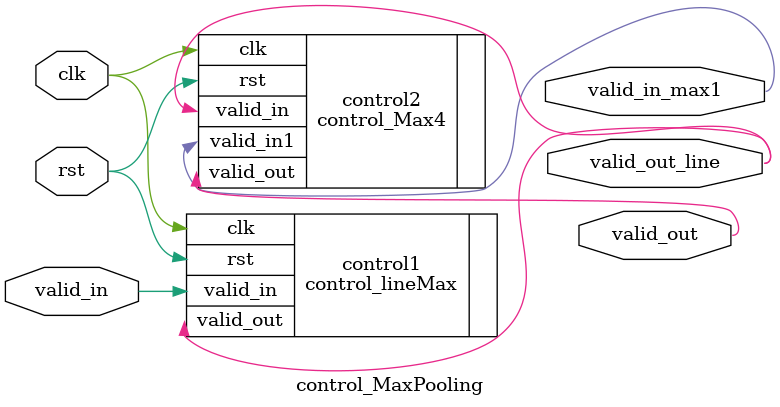
<source format=v>
module control_MaxPooling#(
    parameter WIDTH = 5
)(
    input  clk, rst, valid_in,
    output valid_out_line, valid_in_max1, 
    output  valid_out
);

  control_lineMax#(
    .WIDTH(WIDTH)
    ) control1(
    .valid_in(valid_in), 
    .clk(clk), 
    .rst(rst),
    .valid_out(valid_out_line)  
    ); 
    
  control_Max4 control2(
    .valid_in(valid_out_line), 
    .clk(clk), 
    .rst(rst),
    .valid_out(valid_out), 
    .valid_in1(valid_in_max1) 
  );


endmodule








</source>
